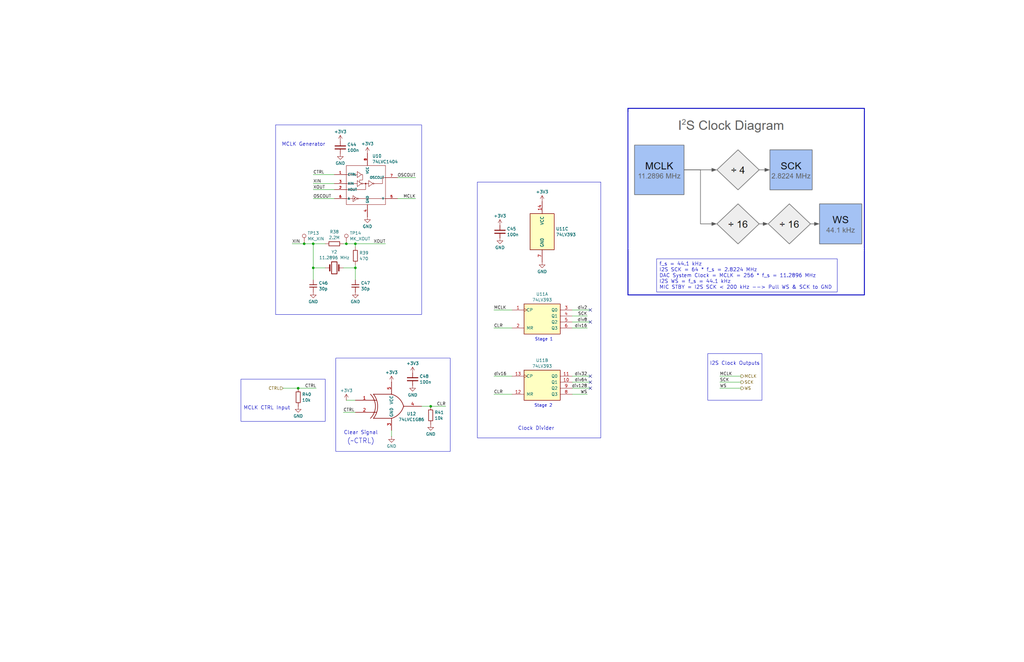
<source format=kicad_sch>
(kicad_sch (version 20231120) (generator "eeschema") (generator_version "8.0")
  (paper "B")
  (title_block (title "Camera Testing Board") (date "2024-10-19") (rev "1") (comment 1 "E. Eidt"))
  (lib_symbols
    (symbol "74LVC1404:74LVC1404"
      (property "Reference" "U" (at -8.636 8.636 0))
      (property "Value" "74LVC1404" (at -7.62 -10.668 0))
      (symbol "74LVC1404_0_1"
        (rectangle (start -8.89 7.62) (end 7.62 -8.89))
      )
      (symbol "74LVC1404_1_0"
        (pin input line (at -13.97 3.81 0) (length 5.08) (name "CTRL") (number "1"))
        (pin output line (at -13.97 -2.54 0) (length 5.08) (name "XOUT") (number "2"))
        (pin input line (at -13.97 0 0) (length 5.08) (name "XIN") (number "3"))
        (pin power_in line (at 0 -13.97 90) (length 5.08) (name "GND") (number "4"))
        (pin input line (at 12.7 -6.35 180) (length 5.08) (name "Y") (number "5"))
        (pin input line (at -13.97 -6.35 0) (length 5.08) (name "A") (number "6"))
        (pin output line (at 12.7 2.54 180) (length 5.08) (name "OSCOUT") (number "7"))
        (pin power_in line (at 0 12.7 270) (length 5.08) (name "VCC") (number "8"))
      )
      (symbol "74LVC1404_1_1"
        (circle (center -4.064 -6.35) (radius 0.254) (stroke (width 0) (color 132 0 0 0.2509803922)))
        (circle (center -2.286 0) (radius 0.254) (stroke (width 0) (color 132 0 0 0.2509803922)))
        (circle (center -0.762 0) (radius 0.254) (stroke (width 0) (color 132 0 0 0.2509803922)) (fill (type outline)))
        (polyline (pts (xy -8.89 -6.35) (xy -6.096 -6.35)) (stroke (width 0) (color 132 0 0 0.2509803922)))
        (polyline (pts (xy -8.89 0) (xy -4.318 0)) (stroke (width 0) (color 132 0 0 0.2509803922)))
        (polyline (pts (xy -4.318 3.81) (xy -9.144 3.81)) (stroke (width 0) (color 132 0 0 0.25)) (fill (type color) (color 132 0 0 1)))
        (polyline (pts (xy -3.81 -6.35) (xy 7.62 -6.35)) (stroke (width 0) (color 132 0 0 0.2509803922)))
        (polyline (pts (xy -2.032 0) (xy -1.778 0)) (stroke (width 0) (color 132 0 0 0.2509803922)))
        (polyline (pts (xy -1.778 0) (xy 0.508 0)) (stroke (width 0) (color 132 0 0 0.2509803922)))
        (polyline (pts (xy -8.89 -2.54) (xy -0.762 -2.54) (xy -0.762 0)) (stroke (width 0) (color 132 0 0 0.2509803922)))
        (polyline (pts (xy -5.334 -6.096) (xy -5.588 -6.096) (xy -5.588 -6.604)) (stroke (width 0) (color 132 0 0 0.2509803922)))
        (polyline (pts (xy -5.842 -6.604) (xy -5.334 -6.604) (xy -5.334 -6.096) (xy -5.08 -6.096)) (stroke (width 0) (color 132 0 0 0.2509803922)))
        (polyline (pts (xy 2.794 0) (xy 6.35 0) (xy 6.35 2.54) (xy 7.62 2.54)) (stroke (width 0) (color 132 0 0 0.2509803922)))
        (polyline (pts (xy -6.096 -5.588) (xy -6.096 -7.62) (xy -4.318 -6.35) (xy -6.096 -5.08) (xy -6.096 -5.588)) (stroke (width 0) (color 132 0 0 0.2509803922)))
        (polyline (pts (xy -4.318 0.762) (xy -4.318 -1.27) (xy -2.54 0) (xy -4.318 1.27) (xy -4.318 0.762)) (stroke (width 0) (color 132 0 0 0.2509803922)))
        (polyline (pts (xy -4.318 4.572) (xy -4.318 2.54) (xy -2.54 3.81) (xy -4.318 5.08) (xy -4.318 4.572)) (stroke (width 0) (color 132 0 0 0.2509803922)))
        (polyline (pts (xy -2.54 3.81) (xy -2.032 3.81) (xy -2.032 1.524) (xy -3.302 1.524) (xy -3.302 0.508)) (stroke (width 0) (color 132 0 0 0.2509803922)))
        (polyline (pts (xy 0.508 0.762) (xy 0.508 -1.27) (xy 2.286 0) (xy 0.508 1.27) (xy 0.508 0.762)) (stroke (width 0) (color 132 0 0 0.2509803922)))
        (circle (center 2.54 0) (radius 0.254) (stroke (width 0) (color 132 0 0 0.2509803922)))
      )
    )
    (symbol "74xGxx:74LVC1G86"
      (property "Reference" "U" (at -5.08 7.62 0))
      (property "Value" "74LVC1G86" (at 7.62 -7.62 0))
      (symbol "74LVC1G86_0_1"
        (arc (start -8.89 -5.08) (mid -6.7858 0) (end -8.89 5.08) (stroke (width 0.254)))
        (arc (start -7.62 -5.08) (mid -5.838 0) (end -7.62 5.08) (stroke (width 0.254)))
        (arc (start 0 -5.08) (mid 3.1986 -3.2054) (end 5.08 0) (stroke (width 0.254)))
        (polyline (pts (xy -7.62 -2.54) (xy -6.35 -2.54)) (stroke (width 0.254)) (fill (type background)))
        (polyline (pts (xy -7.62 2.54) (xy -6.35 2.54)) (stroke (width 0.254)) (fill (type background)))
        (polyline (pts (xy 0 -5.08) (xy -7.62 -5.08)) (stroke (width 0.254)) (fill (type background)))
        (polyline (pts (xy 0 5.08) (xy -7.62 5.08)) (stroke (width 0.254)) (fill (type background)))
        (arc (start 5.08 0) (mid 3.2238 3.2304) (end 0 5.08) (stroke (width 0.254)))
      )
      (symbol "74LVC1G86_1_1"
        (pin input line (at -15.24 2.54 0) (length 7.62) (name "~") (number "1"))
        (pin input line (at -15.24 -2.54 0) (length 7.62) (name "~") (number "2"))
        (pin power_in line (at 0 -10.16 90) (length 5.08) (name "GND") (number "3"))
        (pin output line (at 12.7 0 180) (length 7.62) (name "~") (number "4"))
        (pin power_in line (at 0 10.16 270) (length 5.08) (name "VCC") (number "5"))
      )
    )
    (symbol "74xx:74LS393" (pin_names (offset 1.016))
      (property "Reference" "U" (at -7.62 8.89 0))
      (property "Value" "74LS393" (at -7.62 -8.89 0))
      (symbol "74LS393_1_0"
        (pin input clock (at -12.7 2.54 0) (length 5.08) (name "CP") (number "1"))
        (pin input line (at -12.7 -5.08 0) (length 5.08) (name "MR") (number "2"))
        (pin output line (at 12.7 2.54 180) (length 5.08) (name "Q0") (number "3"))
        (pin output line (at 12.7 0 180) (length 5.08) (name "Q1") (number "4"))
        (pin output line (at 12.7 -2.54 180) (length 5.08) (name "Q2") (number "5"))
        (pin output line (at 12.7 -5.08 180) (length 5.08) (name "Q3") (number "6"))
      )
      (symbol "74LS393_1_1"
        (rectangle (start -7.62 5.08) (end 7.62 -7.62) (stroke (width 0.254)) (fill (type background)))
      )
      (symbol "74LS393_2_0"
        (pin output line (at 12.7 0 180) (length 5.08) (name "Q1") (number "10"))
        (pin output line (at 12.7 2.54 180) (length 5.08) (name "Q0") (number "11"))
        (pin input line (at -12.7 -5.08 0) (length 5.08) (name "MR") (number "12"))
        (pin input clock (at -12.7 2.54 0) (length 5.08) (name "CP") (number "13"))
        (pin output line (at 12.7 -5.08 180) (length 5.08) (name "Q3") (number "8"))
        (pin output line (at 12.7 -2.54 180) (length 5.08) (name "Q2") (number "9"))
      )
      (symbol "74LS393_2_1"
        (rectangle (start -7.62 5.08) (end 7.62 -7.62) (stroke (width 0.254)) (fill (type background)))
      )
      (symbol "74LS393_3_0"
        (pin power_in line (at 0 12.7 270) (length 5.08) (name "VCC") (number "14"))
        (pin power_in line (at 0 -12.7 90) (length 5.08) (name "GND") (number "7"))
      )
      (symbol "74LS393_3_1"
        (rectangle (start -5.08 7.62) (end 5.08 -7.62) (stroke (width 0.254)) (fill (type background)))
      )
    )
    (symbol "Connector:TestPoint" (pin_numbers hide) (pin_names (offset 0.762) hide)
      (property "Reference" "TP" (at 0 6.858 0))
      (property "Value" "TestPoint" (at 0 5.08 0))
      (symbol "TestPoint_0_1"
        (circle (center 0 3.302) (radius 0.762))
      )
      (symbol "TestPoint_1_1"
        (pin passive line (at 0 0 90) (length 2.54) (name "1") (number "1"))
      )
    )
    (symbol "Device:C_Small" (pin_numbers hide) (pin_names (offset 0.254) hide)
      (property "Reference" "C" (at 0.254 1.778 0))
      (property "Value" "C_Small" (at 0.254 -2.032 0))
      (symbol "C_Small_0_1"
        (polyline (pts (xy -1.524 -0.508) (xy 1.524 -0.508)) (stroke (width 0.3302)))
        (polyline (pts (xy -1.524 0.508) (xy 1.524 0.508)) (stroke (width 0.3048)))
      )
      (symbol "C_Small_1_1"
        (pin passive line (at 0 2.54 270) (length 2.032) (name "~") (number "1"))
        (pin passive line (at 0 -2.54 90) (length 2.032) (name "~") (number "2"))
      )
    )
    (symbol "Device:Crystal" (pin_numbers hide) (pin_names (offset 1.016) hide)
      (property "Reference" "Y" (at 0 3.81 0))
      (property "Value" "Crystal" (at 0 -3.81 0))
      (symbol "Crystal_0_1"
        (rectangle (start -1.143 2.54) (end 1.143 -2.54) (stroke (width 0.3048)))
        (polyline (pts (xy -2.54 0) (xy -1.905 0)))
        (polyline (pts (xy -1.905 -1.27) (xy -1.905 1.27)) (stroke (width 0.508)))
        (polyline (pts (xy 1.905 -1.27) (xy 1.905 1.27)) (stroke (width 0.508)))
        (polyline (pts (xy 2.54 0) (xy 1.905 0)))
      )
      (symbol "Crystal_1_1"
        (pin passive line (at -3.81 0 0) (length 1.27) (name "1") (number "1"))
        (pin passive line (at 3.81 0 180) (length 1.27) (name "2") (number "2"))
      )
    )
    (symbol "PCM_SL_Capacitors:100nF_Ceramic"
      (property "Reference" "C" (at 0 6.35 0))
      (property "Value" "100nF_Ceramic" (at 0 3.81 0))
      (symbol "100nF_Ceramic_0_1"
        (rectangle (start -0.762 2.286) (end -0.508 -2.286) (fill (type outline)))
        (rectangle (start 0.508 2.286) (end 0.762 -2.286) (fill (type outline)))
      )
      (symbol "100nF_Ceramic_1_1"
        (pin passive line (at -2.54 0 0) (length 2) (name "~") (number "1"))
        (pin input line (at 2.54 0 180) (length 2) (name "~") (number "2"))
      )
    )
    (symbol "PCM_SL_Resistors:10k"
      (property "Reference" "R" (at 0 5.08 0))
      (property "Value" "10k" (at 0 2.54 0))
      (symbol "10k_0_1"
        (rectangle (start -2.286 0.889) (end 2.286 -0.889) (stroke (width 0.24)))
      )
      (symbol "10k_1_1"
        (pin passive line (at -3.81 0 0) (length 1.5) (name "") (number "1"))
        (pin passive line (at 3.81 0 180) (length 1.5) (name "~") (number "2"))
      )
    )
    (symbol "PCM_SL_Resistors:470ohm"
      (property "Reference" "R" (at 0 5.08 0))
      (property "Value" "470ohm" (at 0 2.54 0))
      (symbol "470ohm_0_1"
        (rectangle (start -2.286 0.889) (end 2.286 -0.889) (stroke (width 0.24)))
      )
      (symbol "470ohm_1_1"
        (pin passive line (at -3.81 0 0) (length 1.5) (name "") (number "1"))
        (pin passive line (at 3.81 0 180) (length 1.5) (name "~") (number "2"))
      )
    )
    (symbol "PCM_SL_Resistors:Resistor"
      (property "Reference" "R" (at 0 5.08 0))
      (property "Value" "Resistor" (at 0 2.54 0))
      (symbol "Resistor_0_1"
        (rectangle (start -2.286 0.889) (end 2.286 -0.889) (stroke (width 0.24)))
      )
      (symbol "Resistor_1_1"
        (pin passive line (at -3.81 0 0) (length 1.5) (name "") (number "1"))
        (pin passive line (at 3.81 0 180) (length 1.5) (name "~") (number "2"))
      )
    )
    (symbol "power:+3V3" (power) (pin_numbers hide) (pin_names (offset 0) hide)
      (property "Value" "+3V3" (at 0 3.556 0))
      (symbol "+3V3_0_1"
        (polyline (pts (xy -0.762 1.27) (xy 0 2.54)))
        (polyline (pts (xy 0 0) (xy 0 2.54)))
        (polyline (pts (xy 0 2.54) (xy 0.762 1.27)))
      )
      (symbol "+3V3_1_1"
        (pin power_in line (at 0 0 90) (length 0) (name "~") (number "1"))
      )
    )
    (symbol "power:GND" (power) (pin_numbers hide) (pin_names (offset 0) hide)
      (property "Value" "GND" (at 0 -3.81 0))
      (symbol "GND_0_1"
        (polyline (pts (xy 0 0) (xy 0 -1.27) (xy 1.27 -1.27) (xy 0 -2.54) (xy -1.27 -1.27) (xy 0 -1.27)))
      )
      (symbol "GND_1_1"
        (pin power_in line (at 0 0 270) (length 0) (name "~") (number "1"))
      )
    )
  )
  (junction (at 149.86 113.03))
  (junction (at 125.73 163.83))
  (junction (at 146.05 102.87))
  (junction (at 132.08 102.87))
  (junction (at 132.08 113.03))
  (junction (at 181.61 171.45))
  (junction (at 149.86 102.87))
  (junction (at 128.27 102.87))
  (no_connect (at 248.92 158.75))
  (no_connect (at 248.92 135.89))
  (no_connect (at 248.92 161.29))
  (no_connect (at 248.92 163.83))
  (no_connect (at 248.92 130.81))
  (wire (pts (xy 167.64 74.93) (xy 175.26 74.93)))
  (wire (pts (xy 132.08 102.87) (xy 137.16 102.87)))
  (wire (pts (xy 146.05 102.87) (xy 149.86 102.87)))
  (wire (pts (xy 133.35 163.83) (xy 125.73 163.83)))
  (wire (pts (xy 167.64 83.82) (xy 175.26 83.82)))
  (wire (pts (xy 132.08 80.01) (xy 140.97 80.01)))
  (wire (pts (xy 146.05 168.91) (xy 149.86 168.91)))
  (wire (pts (xy 132.08 73.66) (xy 140.97 73.66)))
  (wire (pts (xy 132.08 83.82) (xy 140.97 83.82)))
  (wire (pts (xy 165.1 181.61) (xy 165.1 184.15)))
  (wire (pts (xy 303.53 163.83) (xy 312.42 163.83)))
  (wire (pts (xy 132.08 77.47) (xy 140.97 77.47)))
  (wire (pts (xy 241.3 135.89) (xy 248.92 135.89)))
  (wire (pts (xy 149.86 113.03) (xy 149.86 118.11)))
  (wire (pts (xy 241.3 133.35) (xy 247.65 133.35)))
  (wire (pts (xy 241.3 163.83) (xy 248.92 163.83)))
  (wire (pts (xy 208.28 166.37) (xy 215.9 166.37)))
  (wire (pts (xy 177.8 171.45) (xy 181.61 171.45)))
  (wire (pts (xy 241.3 158.75) (xy 248.92 158.75)))
  (wire (pts (xy 132.08 113.03) (xy 137.16 113.03)))
  (wire (pts (xy 208.28 138.43) (xy 215.9 138.43)))
  (wire (pts (xy 149.86 102.87) (xy 162.56 102.87)))
  (wire (pts (xy 144.78 173.99) (xy 149.86 173.99)))
  (wire (pts (xy 208.28 158.75) (xy 215.9 158.75)))
  (wire (pts (xy 241.3 130.81) (xy 248.92 130.81)))
  (wire (pts (xy 241.3 166.37) (xy 247.65 166.37)))
  (wire (pts (xy 181.61 171.45) (xy 187.96 171.45)))
  (wire (pts (xy 132.08 102.87) (xy 132.08 113.03)))
  (wire (pts (xy 123.19 102.87) (xy 128.27 102.87)))
  (wire (pts (xy 208.28 130.81) (xy 215.9 130.81)))
  (wire (pts (xy 128.27 102.87) (xy 132.08 102.87)))
  (wire (pts (xy 144.78 102.87) (xy 146.05 102.87)))
  (wire (pts (xy 241.3 161.29) (xy 248.92 161.29)))
  (wire (pts (xy 149.86 102.87) (xy 149.86 104.14)))
  (wire (pts (xy 119.38 163.83) (xy 125.73 163.83)))
  (wire (pts (xy 132.08 118.11) (xy 132.08 113.03)))
  (wire (pts (xy 303.53 158.75) (xy 312.42 158.75)))
  (wire (pts (xy 303.53 161.29) (xy 312.42 161.29)))
  (wire (pts (xy 241.3 138.43) (xy 247.65 138.43)))
  (wire (pts (xy 144.78 113.03) (xy 149.86 113.03)))
  (wire (pts (xy 149.86 111.76) (xy 149.86 113.03)))
  (rectangle (start 298.45 149.225) (end 321.31 168.91))
  (rectangle (start 101.6 160.02) (end 137.16 177.8))
  (rectangle (start 201.295 76.835) (end 253.365 184.785))
  (rectangle (start 116.205 52.705) (end 177.8 132.715))
  (rectangle (start 141.605 151.13) (end 189.865 190.5))
  (rectangle (start 264.795 45.72) (end 364.49 124.46) (stroke (width 0.381)))
  (image (at 314.96 76.2) (scale 0.640745))
  (text_box "f_s = 44.1 kHz\nI2S SCK = 64 * f_s = 2.8224 MHz\nDAC System Clock = MCLK = 256 * f_s = 11.2896 MHz\nI2S WS = f_s = 44.1 kHz\nMIC STBY = I2S SCK < 200 kHz --> Pull WS & SCK to GND" (at 276.86 109.22 0) (size 76.2 13.97) (effects (font (size 1.524 1.524)) (justify left top)))
  (text "Clear Signal" (at 152.146 182.626 0) (effects (font (size 1.524 1.524))))
  (text "Stage 2\n" (at 229.108 171.196 0) (effects (font (size 1.27 1.27))))
  (text "I2S Clock Outputs" (at 309.88 153.416 0) (effects (font (size 1.524 1.524))))
  (text "Clock Divider" (at 226.06 180.848 0) (effects (font (size 1.524 1.524))))
  (text "Stage 1" (at 229.362 143.256 0) (effects (font (size 1.27 1.27))))
  (text "(~CTRL)" (at 152.146 186.182 0) (effects (font (size 2.032 2.032))))
  (text "MCLK CTRL Input" (at 112.522 172.212 0) (effects (font (size 1.524 1.524))))
  (text "MCLK Generator" (at 128.016 60.96 0) (effects (font (size 1.524 1.524))))
  (label "MCLK" (at 303.53 158.75 0))
  (label "XIN" (at 123.19 102.87 0))
  (label "OSCOUT" (at 132.08 83.82 0))
  (label "div64" (at 247.65 161.29 180))
  (label "WS" (at 303.53 163.83 0))
  (label "div128" (at 247.65 163.83 180))
  (label "CTRL" (at 132.08 73.66 0))
  (label "WS" (at 247.65 166.37 180))
  (label "div16" (at 208.28 158.75 0))
  (label "div16" (at 247.65 138.43 180))
  (label "MCLK" (at 208.28 130.81 0))
  (label "CLR" (at 208.28 166.37 0))
  (label "MCLK" (at 175.26 83.82 180))
  (label "div8" (at 247.65 135.89 180))
  (label "CLR" (at 208.28 138.43 0))
  (label "div2" (at 247.65 130.81 180))
  (label "OSCOUT" (at 175.26 74.93 180))
  (label "CTRL" (at 144.78 173.99 0))
  (label "CTRL" (at 133.35 163.83 180))
  (label "div32" (at 247.65 158.75 180))
  (label "XOUT" (at 162.56 102.87 180))
  (label "XOUT" (at 132.08 80.01 0))
  (label "SCK" (at 247.65 133.35 180))
  (label "SCK" (at 303.53 161.29 0))
  (label "CLR" (at 187.96 171.45 180))
  (label "XIN" (at 132.08 77.47 0))
  (hierarchical_label "WS" (shape output) (at 312.42 163.83 0))
  (hierarchical_label "SCK" (shape output) (at 312.42 161.29 0))
  (hierarchical_label "MCLK" (shape output) (at 312.42 158.75 0))
  (hierarchical_label "CTRL" (shape input) (at 119.38 163.83 180))
  (symbol (lib_id "74LVC1404:74LVC1404") (at 154.94 77.47 0) (unit 1)
    (property "Reference" "U10" (at 156.9594 65.8325 0) (effects (justify left)))
    (property "Value" "74LVC1404" (at 156.9594 68.2568 0) (effects (justify left)))
    (property "Footprint" "Package_SO:SSOP-8_2.95x2.8mm_P0.65mm" (effects (hide yes)))
    (property "Datasheet" "https://www.ti.com/lit/ds/symlink/sn74lvc1404.pdf" (effects (hide yes)))
    (property "Description" "Oscillator Driver" (effects (hide yes)))
  )
  (symbol (lib_id "power:GND") (at 154.94 91.44 0) (unit 1)
    (property "Reference" "#PWR087" (effects (hide yes)))
    (property "Value" "GND" (at 154.94 95.5731 0))
    (property "Description" "Power symbol creates a global label with name \"GND\" , ground" (effects (hide yes)))
  )
  (symbol (lib_id "power:+3V3") (at 154.94 64.77 0) (unit 1)
    (property "Reference" "#PWR085" (effects (hide yes)))
    (property "Value" "+3V3" (at 154.94 60.6369 0))
    (property "Description" "Power symbol creates a global label with name \"+3V3\"" (effects (hide yes)))
  )
  (symbol (lib_id "PCM_SL_Capacitors:100nF_Ceramic") (at 210.82 97.79 90) (unit 1)
    (property "Reference" "C45" (at 213.741 96.5778 90) (effects (justify right)))
    (property "Value" "100n" (at 213.741 99.0021 90) (effects (justify right)))
    (property "Footprint" "Capacitor_SMD:C_0603_1608Metric" (effects (hide yes)))
    (property "Description" "100nF Ceramic Capacitor" (effects (hide yes)))
  )
  (symbol (lib_id "power:GND") (at 173.99 162.56 0) (unit 1)
    (property "Reference" "#PWR095" (effects (hide yes)))
    (property "Value" "GND" (at 173.99 166.6931 0))
    (property "Description" "Power symbol creates a global label with name \"GND\" , ground" (effects (hide yes)))
  )
  (symbol (lib_id "power:+3V3") (at 228.6 85.09 0) (unit 1)
    (property "Reference" "#PWR086" (effects (hide yes)))
    (property "Value" "+3V3" (at 228.6 80.9569 0))
    (property "Description" "Power symbol creates a global label with name \"+3V3\"" (effects (hide yes)))
  )
  (symbol (lib_id "PCM_SL_Capacitors:100nF_Ceramic") (at 173.99 160.02 90) (unit 1)
    (property "Reference" "C48" (at 176.911 158.8078 90) (effects (justify right)))
    (property "Value" "100n" (at 176.911 161.2321 90) (effects (justify right)))
    (property "Footprint" "Capacitor_SMD:C_0603_1608Metric" (effects (hide yes)))
    (property "Description" "100nF Ceramic Capacitor" (effects (hide yes)))
  )
  (symbol (lib_id "power:+3V3") (at 173.99 157.48 0) (unit 1)
    (property "Reference" "#PWR093" (effects (hide yes)))
    (property "Value" "+3V3" (at 173.99 153.3469 0))
    (property "Description" "Power symbol creates a global label with name \"+3V3\"" (effects (hide yes)))
  )
  (symbol (lib_id "74xx:74LS393") (at 228.6 97.79 0) (unit 3)
    (property "Reference" "U11" (at 234.442 96.5778 0) (effects (justify left)))
    (property "Value" "74LV393" (at 234.442 99.0021 0) (effects (justify left)))
    (property "Footprint" "Package_SO:SOIC-14_3.9x8.7mm_P1.27mm" (effects (hide yes)))
    (property "Datasheet" "https://www.ti.com/lit/ds/symlink/sn74lv393a.pdf" (effects (hide yes)))
    (property "Description" "Dual BCD 4-bit counter" (effects (hide yes)))
  )
  (symbol (lib_id "power:GND") (at 228.6 110.49 0) (unit 1)
    (property "Reference" "#PWR090" (effects (hide yes)))
    (property "Value" "GND" (at 228.6 114.6231 0))
    (property "Description" "Power symbol creates a global label with name \"GND\" , ground" (effects (hide yes)))
  )
  (symbol (lib_id "power:+3V3") (at 143.51 59.69 0) (unit 1)
    (property "Reference" "#PWR083" (effects (hide yes)))
    (property "Value" "+3V3" (at 143.51 55.5569 0))
    (property "Description" "Power symbol creates a global label with name \"+3V3\"" (effects (hide yes)))
  )
  (symbol (lib_id "Device:C_Small") (at 149.86 120.65 0) (unit 1)
    (property "Reference" "C47" (at 152.1841 119.4441 0) (effects (justify left)))
    (property "Value" "30p" (at 152.1841 121.8684 0) (effects (justify left)))
    (property "Footprint" "Capacitor_SMD:C_0402_1005Metric" (effects (hide yes)))
    (property "Description" "Unpolarized capacitor, small symbol" (effects (hide yes)))
  )
  (symbol (lib_id "74xx:74LS393") (at 228.6 133.35 0) (unit 1)
    (property "Reference" "U11" (at 228.6 124.1255 0))
    (property "Value" "74LV393" (at 228.6 126.5498 0))
    (property "Footprint" "Package_SO:SOIC-14_3.9x8.7mm_P1.27mm" (effects (hide yes)))
    (property "Datasheet" "https://www.ti.com/lit/ds/symlink/sn74lv393a.pdf" (effects (hide yes)))
    (property "Description" "Dual BCD 4-bit counter" (effects (hide yes)))
  )
  (symbol (lib_id "74xGxx:74LVC1G86") (at 165.1 171.45 0) (unit 1)
    (property "Reference" "U12" (at 173.482 174.6137 0))
    (property "Value" "74LVC1G86" (at 173.482 177.038 0))
    (property "Footprint" "Package_TO_SOT_SMD:SOT-353_SC-70-5" (effects (hide yes)))
    (property "Datasheet" "http://www.ti.com/lit/sg/scyt129e/scyt129e.pdf" (effects (hide yes)))
    (property "Description" "Single XOR Gate, Low-Voltage CMOS" (effects (hide yes)))
  )
  (symbol (lib_id "Device:Crystal") (at 140.97 113.03 0) (unit 1)
    (property "Reference" "Y2" (at 140.97 106.3201 0))
    (property "Value" "11.2896 MHz" (at 140.97 108.7444 0))
    (property "Footprint" "Crystal:Crystal_SMD_Abracon_ABM3-2Pin_5.0x3.2mm" (effects (hide yes)))
    (property "Datasheet" "https://abracon.com/Resonators/ABM3.pdf" (effects (hide yes)))
    (property "Description" "Two pin crystal" (effects (hide yes)))
  )
  (symbol (lib_id "PCM_SL_Capacitors:100nF_Ceramic") (at 143.51 62.23 90) (unit 1)
    (property "Reference" "C44" (at 146.431 61.0178 90) (effects (justify right)))
    (property "Value" "100n" (at 146.431 63.4421 90) (effects (justify right)))
    (property "Footprint" "Capacitor_SMD:C_0603_1608Metric" (effects (hide yes)))
    (property "Description" "100nF Ceramic Capacitor" (effects (hide yes)))
  )
  (symbol (lib_id "power:GND") (at 210.82 100.33 0) (unit 1)
    (property "Reference" "#PWR089" (effects (hide yes)))
    (property "Value" "GND" (at 210.82 104.4631 0))
    (property "Description" "Power symbol creates a global label with name \"GND\" , ground" (effects (hide yes)))
  )
  (symbol (lib_id "power:GND") (at 149.86 123.19 0) (unit 1)
    (property "Reference" "#PWR092" (effects (hide yes)))
    (property "Value" "GND" (at 149.86 127.3231 0))
    (property "Description" "Power symbol creates a global label with name \"GND\" , ground" (effects (hide yes)))
  )
  (symbol (lib_id "PCM_SL_Resistors:10k") (at 181.61 175.26 90) (unit 1)
    (property "Reference" "R41" (at 183.254 174.0478 90) (effects (justify right)))
    (property "Value" "10k" (at 183.254 176.4721 90) (effects (justify right)))
    (property "Footprint" "Resistor_SMD:R_0603_1608Metric" (effects (hide yes)))
    (property "Description" "10kΩ, 1/4W Resistor" (effects (hide yes)))
  )
  (symbol (lib_id "74xx:74LS393") (at 228.6 161.29 0) (unit 2)
    (property "Reference" "U11" (at 228.6 152.0655 0))
    (property "Value" "74LV393" (at 228.6 154.4898 0))
    (property "Footprint" "Package_SO:SOIC-14_3.9x8.7mm_P1.27mm" (effects (hide yes)))
    (property "Datasheet" "https://www.ti.com/lit/ds/symlink/sn74lv393a.pdf" (effects (hide yes)))
    (property "Description" "Dual BCD 4-bit counter" (effects (hide yes)))
  )
  (symbol (lib_id "power:+3V3") (at 146.05 168.91 0) (unit 1)
    (property "Reference" "#PWR096" (effects (hide yes)))
    (property "Value" "+3V3" (at 146.05 164.7769 0))
    (property "Description" "Power symbol creates a global label with name \"+3V3\"" (effects (hide yes)))
  )
  (symbol (lib_id "PCM_SL_Resistors:Resistor") (at 140.97 102.87 0) (unit 1)
    (property "Reference" "R38" (at 140.97 97.8435 0))
    (property "Value" "2.2M" (at 140.97 100.2678 0))
    (property "Footprint" "Resistor_SMD:R_0603_1608Metric" (effects (hide yes)))
    (property "Description" "1/4W Resistor" (effects (hide yes)))
  )
  (symbol (lib_id "power:+3V3") (at 210.82 95.25 0) (unit 1)
    (property "Reference" "#PWR088" (effects (hide yes)))
    (property "Value" "+3V3" (at 210.82 91.1169 0))
    (property "Description" "Power symbol creates a global label with name \"+3V3\"" (effects (hide yes)))
  )
  (symbol (lib_id "PCM_SL_Resistors:10k") (at 125.73 167.64 90) (unit 1)
    (property "Reference" "R40" (at 127.374 166.4278 90) (effects (justify right)))
    (property "Value" "10k" (at 127.374 168.8521 90) (effects (justify right)))
    (property "Footprint" "Resistor_SMD:R_0603_1608Metric" (effects (hide yes)))
    (property "Description" "10kΩ, 1/4W Resistor" (effects (hide yes)))
  )
  (symbol (lib_id "Connector:TestPoint") (at 146.05 102.87 0) (unit 1)
    (property "Reference" "TP14" (at 147.447 98.3558 0) (effects (justify left)))
    (property "Value" "MK_XOUT" (at 147.447 100.7801 0) (effects (justify left)))
    (property "Footprint" "TestPoint:TestPoint_Keystone_5000-5004_Miniature" (effects (hide yes)))
    (property "Description" "test point" (effects (hide yes)))
  )
  (symbol (lib_id "power:GND") (at 181.61 179.07 0) (unit 1)
    (property "Reference" "#PWR098" (effects (hide yes)))
    (property "Value" "GND" (at 181.61 183.2031 0))
    (property "Description" "Power symbol creates a global label with name \"GND\" , ground" (effects (hide yes)))
  )
  (symbol (lib_id "power:GND") (at 143.51 64.77 0) (unit 1)
    (property "Reference" "#PWR084" (effects (hide yes)))
    (property "Value" "GND" (at 143.51 68.9031 0))
    (property "Description" "Power symbol creates a global label with name \"GND\" , ground" (effects (hide yes)))
  )
  (symbol (lib_id "Device:C_Small") (at 132.08 120.65 0) (unit 1)
    (property "Reference" "C46" (at 134.4041 119.4441 0) (effects (justify left)))
    (property "Value" "30p" (at 134.4041 121.8684 0) (effects (justify left)))
    (property "Footprint" "Capacitor_SMD:C_0402_1005Metric" (effects (hide yes)))
    (property "Description" "Unpolarized capacitor, small symbol" (effects (hide yes)))
  )
  (symbol (lib_id "power:+3V3") (at 165.1 161.29 0) (unit 1)
    (property "Reference" "#PWR094" (effects (hide yes)))
    (property "Value" "+3V3" (at 165.1 157.1569 0))
    (property "Description" "Power symbol creates a global label with name \"+3V3\"" (effects (hide yes)))
  )
  (symbol (lib_id "PCM_SL_Resistors:470ohm") (at 149.86 107.95 90) (unit 1)
    (property "Reference" "R39" (at 151.504 106.7378 90) (effects (justify right)))
    (property "Value" "470" (at 151.504 109.1621 90) (effects (justify right)))
    (property "Footprint" "Resistor_SMD:R_0603_1608Metric" (effects (hide yes)))
    (property "Description" "470Ω, 1/4W Resistor" (effects (hide yes)))
  )
  (symbol (lib_id "power:GND") (at 165.1 184.15 0) (unit 1)
    (property "Reference" "#PWR099" (effects (hide yes)))
    (property "Value" "GND" (at 165.1 188.2831 0))
    (property "Description" "Power symbol creates a global label with name \"GND\" , ground" (effects (hide yes)))
  )
  (symbol (lib_id "Connector:TestPoint") (at 128.27 102.87 0) (unit 1)
    (property "Reference" "TP13" (at 129.667 98.3558 0) (effects (justify left)))
    (property "Value" "MK_XIN" (at 129.667 100.7801 0) (effects (justify left)))
    (property "Footprint" "TestPoint:TestPoint_Keystone_5000-5004_Miniature" (effects (hide yes)))
    (property "Description" "test point" (effects (hide yes)))
  )
  (symbol (lib_id "power:GND") (at 132.08 123.19 0) (unit 1)
    (property "Reference" "#PWR091" (effects (hide yes)))
    (property "Value" "GND" (at 132.08 127.3231 0))
    (property "Description" "Power symbol creates a global label with name \"GND\" , ground" (effects (hide yes)))
  )
  (symbol (lib_id "power:GND") (at 125.73 171.45 0) (unit 1)
    (property "Reference" "#PWR097" (effects (hide yes)))
    (property "Value" "GND" (at 125.73 175.5831 0))
    (property "Description" "Power symbol creates a global label with name \"GND\" , ground" (effects (hide yes)))
  )
)
</source>
